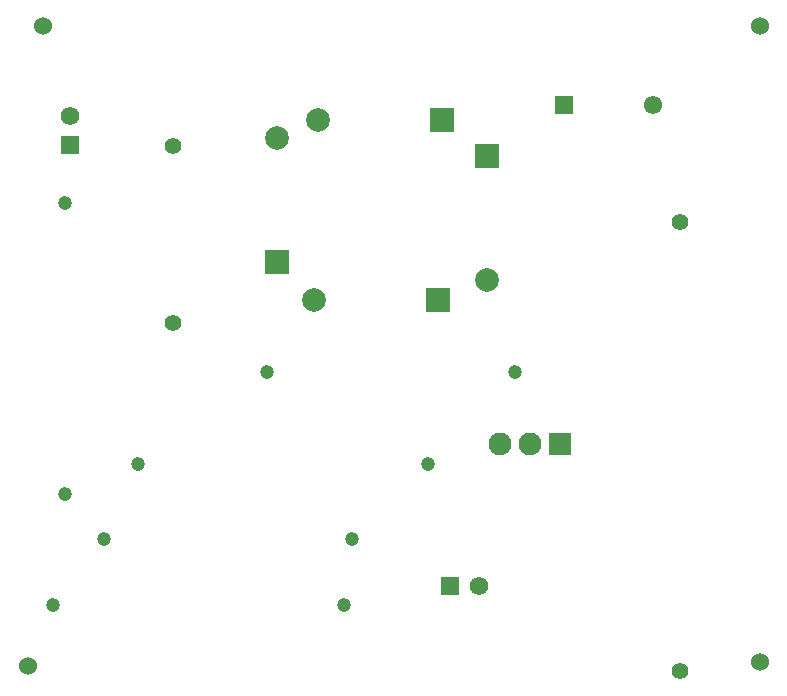
<source format=gbl>
G04*
G04 #@! TF.GenerationSoftware,Altium Limited,Altium Designer,22.1.2 (22)*
G04*
G04 Layer_Physical_Order=2*
G04 Layer_Color=16711680*
%FSLAX23Y23*%
%MOIN*%
G70*
G04*
G04 #@! TF.SameCoordinates,CDA89273-DEE0-4AFE-A13C-7EB235854374*
G04*
G04*
G04 #@! TF.FilePolarity,Positive*
G04*
G01*
G75*
%ADD11R,0.061X0.061*%
%ADD12C,0.061*%
%ADD24C,0.031*%
%ADD25C,0.060*%
%ADD26R,0.079X0.079*%
%ADD27C,0.079*%
%ADD28C,0.047*%
%ADD29C,0.056*%
%ADD30R,0.079X0.079*%
%ADD31R,0.076X0.076*%
%ADD32C,0.076*%
%ADD33C,0.055*%
%ADD34R,0.062X0.062*%
%ADD35C,0.062*%
%ADD36R,0.062X0.062*%
D11*
X1842Y1945D02*
D03*
D12*
X2138D02*
D03*
D24*
X190Y1910D02*
X195D01*
D25*
X55Y75D02*
D03*
X2495Y2210D02*
D03*
X105D02*
D03*
X2495Y90D02*
D03*
D26*
X885Y1424D02*
D03*
X1585Y1776D02*
D03*
D27*
X885Y1836D02*
D03*
X1023Y1895D02*
D03*
X1009Y1295D02*
D03*
X1585Y1364D02*
D03*
D28*
X1680Y1055D02*
D03*
X853D02*
D03*
X180Y1619D02*
D03*
Y650D02*
D03*
X421Y750D02*
D03*
X1390D02*
D03*
X310Y500D02*
D03*
X1137D02*
D03*
X140Y280D02*
D03*
X1109D02*
D03*
D29*
X2230Y59D02*
D03*
Y1555D02*
D03*
D30*
X1435Y1895D02*
D03*
X1421Y1295D02*
D03*
D31*
X1830Y815D02*
D03*
D32*
X1730D02*
D03*
X1630D02*
D03*
D33*
X540Y1220D02*
D03*
Y1810D02*
D03*
D34*
X195Y1812D02*
D03*
D35*
Y1910D02*
D03*
X1559Y344D02*
D03*
D36*
X1461D02*
D03*
M02*

</source>
